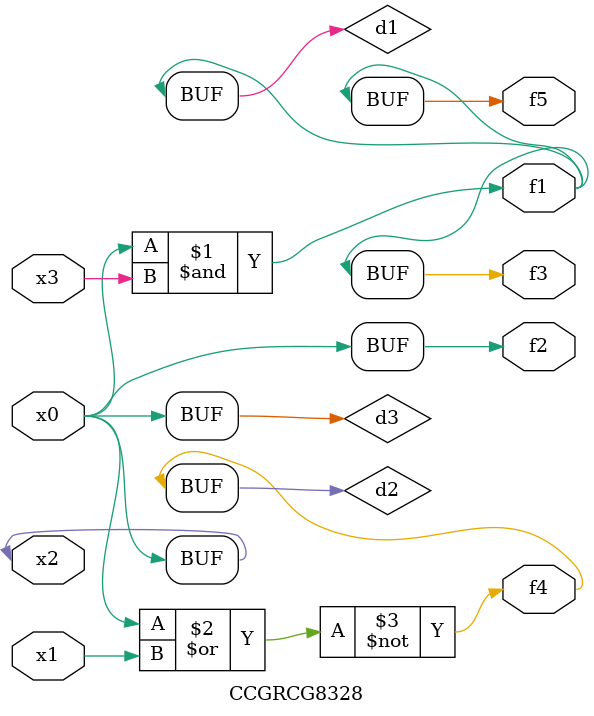
<source format=v>
module CCGRCG8328(
	input x0, x1, x2, x3,
	output f1, f2, f3, f4, f5
);

	wire d1, d2, d3;

	and (d1, x2, x3);
	nor (d2, x0, x1);
	buf (d3, x0, x2);
	assign f1 = d1;
	assign f2 = d3;
	assign f3 = d1;
	assign f4 = d2;
	assign f5 = d1;
endmodule

</source>
